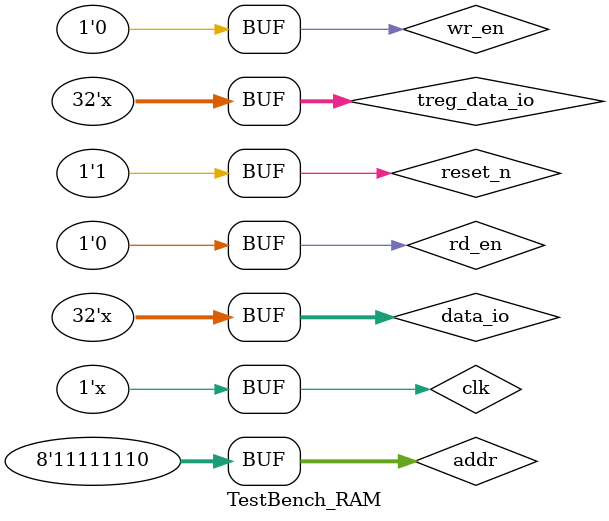
<source format=v>
/*
 * file   : TestBench_RAM.v 
 * author : zyl
 * date   : 2018-8-11
 * addr   : whu.edu.ionosphereLab
 */

`timescale 1 ps/ 1 ps

module TestBench_RAM();
/******************    端口   ********************/
reg [7:0] addr;
reg clk;
reg [31:0] treg_data_io;
reg rd_en;
reg reset_n;
reg wr_en;
                                        
wire [31:0]  data_io;

assign data_io = treg_data_io;
always #50 clk = ~clk;


/******************   初始化  ********************/
initial begin                                                  
  init();
  
  write(255,99);
  write(254,77); 

  read(255);
  read(254);                                                          
end  


/******************初始化任务块********************/
task init;
  begin
    clk <= 0;
    reset_n <=1;
    addr <=0;
    rd_en <=0;
    wr_en <=0;
    #200 reset_n <=0;
    #200 reset_n <=1;
  end
endtask
   
/**********写任务(8位地址 ,32位数据)***************/   
task write;
  input [7:0]  addr_i;
  input [31:0] data_i;
  begin
     #150;                   
     addr <= addr_i;
     treg_data_io <= data_i;
     #50                 
     wr_en <= 1;
     #100
     wr_en <= 0;
  end
endtask
      
/*****************读任务(8位地址)******************/   
task read;
  input [7:0]  addr_i;
  begin
     #150; 
     //读之前，把数据缓冲端置为高阻态，接受数据
     treg_data_io<= 32'bz;
     addr <= addr_i;
     #50                   
     rd_en <= 1;
     #100
     rd_en <= 0;
  end
endtask
       
/*****************   ram例化    ******************/           
ram i1 (
	.addr(addr),
	.clk(clk),
	.data_io(data_io),
	.rd_en(rd_en),
	.reset_n(reset_n),
	.wr_en(wr_en)
);
  
endmodule
// end testBench module


</source>
